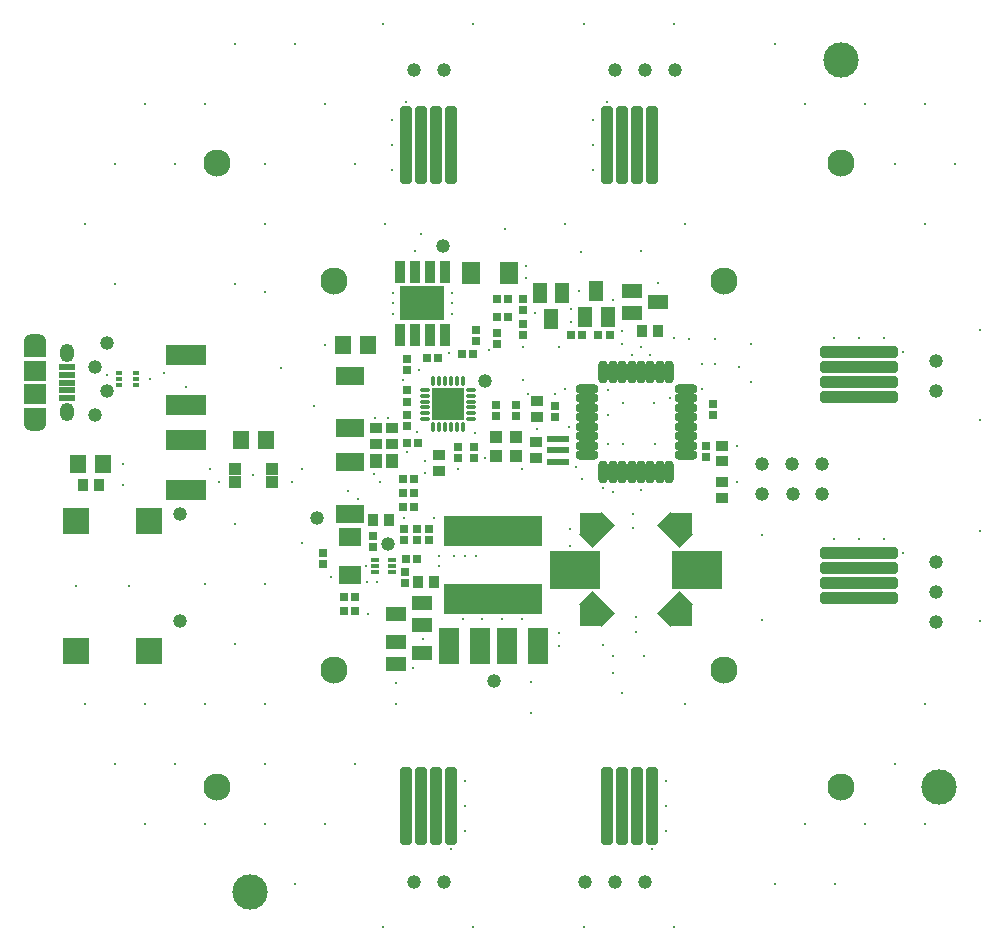
<source format=gts>
G04*
G04 #@! TF.GenerationSoftware,Altium Limited,Altium NEXUS,1.1.6 (48)*
G04*
G04 Layer_Color=8388736*
%FSLAX44Y44*%
%MOMM*%
G71*
G01*
G75*
%ADD62R,0.6000X0.4000*%
%ADD63R,1.7000X1.3000*%
%ADD64R,3.8100X2.9200*%
%ADD65R,0.9100X1.9000*%
%ADD66R,1.1000X0.9500*%
%ADD67R,2.4000X1.5000*%
%ADD68R,0.8000X0.7500*%
%ADD69R,0.7500X0.8000*%
%ADD70O,0.8500X1.9500*%
%ADD71O,1.9500X0.8500*%
%ADD72R,1.0400X0.9900*%
G04:AMPARAMS|DCode=73|XSize=2.68mm|YSize=1.64mm|CornerRadius=0mm|HoleSize=0mm|Usage=FLASHONLY|Rotation=45.000|XOffset=0mm|YOffset=0mm|HoleType=Round|Shape=Rectangle|*
%AMROTATEDRECTD73*
4,1,4,-0.3677,-1.5274,-1.5274,-0.3677,0.3677,1.5274,1.5274,0.3677,-0.3677,-1.5274,0.0*
%
%ADD73ROTATEDRECTD73*%

%ADD74R,1.9400X1.9400*%
G04:AMPARAMS|DCode=75|XSize=2.68mm|YSize=1.64mm|CornerRadius=0mm|HoleSize=0mm|Usage=FLASHONLY|Rotation=315.000|XOffset=0mm|YOffset=0mm|HoleType=Round|Shape=Rectangle|*
%AMROTATEDRECTD75*
4,1,4,-1.5274,0.3677,-0.3677,1.5274,1.5274,-0.3677,0.3677,-1.5274,-1.5274,0.3677,0.0*
%
%ADD75ROTATEDRECTD75*%

%ADD76R,1.9400X1.9400*%
%ADD77R,3.5000X1.8000*%
%ADD78R,2.6900X2.6900*%
%ADD79O,0.3500X0.9000*%
%ADD80O,0.9000X0.3500*%
%ADD81R,1.1000X1.1000*%
%ADD82R,0.9500X1.1000*%
%ADD83R,1.4000X1.5500*%
%ADD84R,1.1000X1.2000*%
%ADD85R,8.3000X2.5000*%
%ADD86R,1.3000X1.7000*%
%ADD87C,3.0000*%
%ADD88R,1.9000X0.6000*%
%ADD89R,2.3000X2.3000*%
%ADD90R,1.8500X1.8000*%
%ADD91R,1.8500X1.5000*%
%ADD92R,1.4500X0.5000*%
%ADD93R,1.9000X1.5000*%
%ADD94R,0.7000X0.4000*%
%ADD95R,4.3000X3.3000*%
%ADD96R,1.7000X3.1000*%
%ADD97R,1.5000X1.9000*%
G04:AMPARAMS|DCode=98|XSize=1.06mm|YSize=6.65mm|CornerRadius=0.34mm|HoleSize=0mm|Usage=FLASHONLY|Rotation=0.000|XOffset=0mm|YOffset=0mm|HoleType=Round|Shape=RoundedRectangle|*
%AMROUNDEDRECTD98*
21,1,1.0600,5.9700,0,0,0.0*
21,1,0.3800,6.6500,0,0,0.0*
1,1,0.6800,0.1900,-2.9850*
1,1,0.6800,-0.1900,-2.9850*
1,1,0.6800,-0.1900,2.9850*
1,1,0.6800,0.1900,2.9850*
%
%ADD98ROUNDEDRECTD98*%
G04:AMPARAMS|DCode=99|XSize=1.06mm|YSize=6.65mm|CornerRadius=0.34mm|HoleSize=0mm|Usage=FLASHONLY|Rotation=90.000|XOffset=0mm|YOffset=0mm|HoleType=Round|Shape=RoundedRectangle|*
%AMROUNDEDRECTD99*
21,1,1.0600,5.9700,0,0,90.0*
21,1,0.3800,6.6500,0,0,90.0*
1,1,0.6800,2.9850,0.1900*
1,1,0.6800,2.9850,-0.1900*
1,1,0.6800,-2.9850,-0.1900*
1,1,0.6800,-2.9850,0.1900*
%
%ADD99ROUNDEDRECTD99*%
%ADD100C,1.1800*%
%ADD101C,0.3000*%
%ADD102C,2.3000*%
%ADD103O,1.2500X1.5500*%
%ADD104O,1.8500X1.2000*%
%ADD105C,0.8400*%
D62*
X-333000Y81871D02*
D03*
X-347000Y86871D02*
D03*
Y81871D02*
D03*
Y76871D02*
D03*
X-333000Y86871D02*
D03*
Y76871D02*
D03*
D63*
X-112800Y-141100D02*
D03*
Y-160100D02*
D03*
X-90800Y-150600D02*
D03*
X87300Y156450D02*
D03*
Y137450D02*
D03*
X109300Y146950D02*
D03*
X-90800Y-126700D02*
D03*
Y-107700D02*
D03*
X-112800Y-117200D02*
D03*
D64*
X-90400Y145600D02*
D03*
D65*
X-109450Y118600D02*
D03*
X-96750D02*
D03*
X-84050D02*
D03*
X-71350D02*
D03*
X-109450Y172600D02*
D03*
X-96750D02*
D03*
X-84050D02*
D03*
X-71350D02*
D03*
D66*
X163500Y25300D02*
D03*
Y11800D02*
D03*
Y-5250D02*
D03*
Y-18750D02*
D03*
X-75900Y17450D02*
D03*
Y3950D02*
D03*
X-115900Y26350D02*
D03*
Y39850D02*
D03*
X-129800Y26350D02*
D03*
Y39850D02*
D03*
X7050Y63050D02*
D03*
Y49550D02*
D03*
X5800Y27960D02*
D03*
Y14460D02*
D03*
D67*
X-151800Y11200D02*
D03*
Y-32800D02*
D03*
Y40400D02*
D03*
Y84400D02*
D03*
D68*
X-103100Y89300D02*
D03*
Y98800D02*
D03*
X-44500Y113750D02*
D03*
Y123250D02*
D03*
X-174100Y-74950D02*
D03*
Y-65450D02*
D03*
X-4650Y118700D02*
D03*
Y128200D02*
D03*
X-26650Y120950D02*
D03*
Y111450D02*
D03*
X-4650Y139650D02*
D03*
Y149150D02*
D03*
X-27620Y50200D02*
D03*
Y59700D02*
D03*
X-11130Y50200D02*
D03*
Y59700D02*
D03*
X-46200Y14800D02*
D03*
Y24300D02*
D03*
X-105100Y-91150D02*
D03*
Y-81650D02*
D03*
X-103100Y62550D02*
D03*
Y72050D02*
D03*
Y51100D02*
D03*
Y41600D02*
D03*
X-60350Y24320D02*
D03*
Y14820D02*
D03*
X22300Y59050D02*
D03*
Y49550D02*
D03*
X150300Y15800D02*
D03*
Y25300D02*
D03*
X156300Y60550D02*
D03*
Y51050D02*
D03*
X-84500Y-54650D02*
D03*
Y-45150D02*
D03*
X-132000Y-51250D02*
D03*
Y-60750D02*
D03*
X-105500Y-54650D02*
D03*
Y-45150D02*
D03*
X-95000D02*
D03*
Y-54650D02*
D03*
D69*
X-47250Y102800D02*
D03*
X-56750D02*
D03*
X-77150Y99500D02*
D03*
X-86650D02*
D03*
X-96950Y-26400D02*
D03*
X-106450D02*
D03*
X-97050Y-2700D02*
D03*
X-106550D02*
D03*
X-97050Y-14600D02*
D03*
X-106550D02*
D03*
X45350Y118700D02*
D03*
X35850D02*
D03*
X58850D02*
D03*
X68350D02*
D03*
X-156600Y-114800D02*
D03*
X-147100D02*
D03*
X-26900Y149450D02*
D03*
X-17400D02*
D03*
X-26760Y134070D02*
D03*
X-17260D02*
D03*
X-93750Y27400D02*
D03*
X-103250D02*
D03*
X-147100Y-102600D02*
D03*
X-156600D02*
D03*
X-104050Y-70800D02*
D03*
X-94550D02*
D03*
D70*
X62890Y87210D02*
D03*
X70890D02*
D03*
X78890D02*
D03*
X86890D02*
D03*
X94890D02*
D03*
X102890D02*
D03*
X110890D02*
D03*
X118890D02*
D03*
Y3210D02*
D03*
X110890D02*
D03*
X102890D02*
D03*
X94890D02*
D03*
X86890D02*
D03*
X78890D02*
D03*
X70890D02*
D03*
X62890D02*
D03*
D71*
X132890Y73210D02*
D03*
Y65210D02*
D03*
Y57210D02*
D03*
Y49210D02*
D03*
Y41210D02*
D03*
Y33210D02*
D03*
Y25210D02*
D03*
Y17210D02*
D03*
X48890D02*
D03*
Y25210D02*
D03*
Y33210D02*
D03*
Y41210D02*
D03*
Y49210D02*
D03*
Y57210D02*
D03*
Y65210D02*
D03*
Y73210D02*
D03*
D72*
X-248840Y5750D02*
D03*
Y-5750D02*
D03*
X-217840D02*
D03*
Y5750D02*
D03*
D73*
X123800Y-112800D02*
D03*
X57600Y-46600D02*
D03*
D74*
X129200Y-118200D02*
D03*
X52200Y-41200D02*
D03*
D75*
X57600Y-112800D02*
D03*
X123800Y-46600D02*
D03*
D76*
X52200Y-118200D02*
D03*
X129200Y-41200D02*
D03*
D77*
X-290000Y101900D02*
D03*
Y59900D02*
D03*
Y-12000D02*
D03*
Y30000D02*
D03*
D78*
X-68450Y60050D02*
D03*
D79*
X-80950Y79550D02*
D03*
X-75950D02*
D03*
X-70950D02*
D03*
X-65950D02*
D03*
X-60950D02*
D03*
X-55950D02*
D03*
Y40550D02*
D03*
X-60950D02*
D03*
X-65950D02*
D03*
X-70950D02*
D03*
X-75950D02*
D03*
X-80950D02*
D03*
D80*
X-48950Y72550D02*
D03*
Y67550D02*
D03*
Y62550D02*
D03*
Y57550D02*
D03*
Y52550D02*
D03*
Y47550D02*
D03*
X-87950D02*
D03*
Y52550D02*
D03*
Y57550D02*
D03*
Y62550D02*
D03*
Y67550D02*
D03*
Y72550D02*
D03*
D81*
X-11130Y16470D02*
D03*
Y32470D02*
D03*
X-27620Y16470D02*
D03*
Y32470D02*
D03*
D82*
X-377750Y-8000D02*
D03*
X-364250D02*
D03*
X-131750Y-38000D02*
D03*
X-118250D02*
D03*
X109300Y122000D02*
D03*
X95800D02*
D03*
X-93850Y-89900D02*
D03*
X-80350D02*
D03*
D83*
X-243840Y30000D02*
D03*
X-222840D02*
D03*
X-360580Y9780D02*
D03*
X-381580D02*
D03*
X-136200Y110000D02*
D03*
X-157200D02*
D03*
D84*
X-115800Y12100D02*
D03*
X-129800D02*
D03*
D85*
X-30000Y-47300D02*
D03*
Y-104300D02*
D03*
D86*
X18630Y132450D02*
D03*
X9130Y154450D02*
D03*
X28130D02*
D03*
X47725Y134450D02*
D03*
X66725D02*
D03*
X57225Y156450D02*
D03*
D87*
X-235890Y-353010D02*
D03*
X347400Y-264140D02*
D03*
X264140Y351400D02*
D03*
D88*
X24550Y21210D02*
D03*
Y30710D02*
D03*
Y11710D02*
D03*
D89*
X-383400Y-148930D02*
D03*
X-321900Y-38930D02*
D03*
X-383400D02*
D03*
X-321900Y-148930D02*
D03*
D90*
X-418250Y88580D02*
D03*
Y68580D02*
D03*
D91*
Y107580D02*
D03*
Y49580D02*
D03*
D92*
X-391250Y91580D02*
D03*
Y85080D02*
D03*
Y78580D02*
D03*
Y72080D02*
D03*
Y65580D02*
D03*
D93*
X-151400Y-84300D02*
D03*
Y-52300D02*
D03*
D94*
X-115900Y-71600D02*
D03*
Y-76600D02*
D03*
Y-81600D02*
D03*
X-129900D02*
D03*
Y-76600D02*
D03*
Y-71600D02*
D03*
D95*
X39200Y-79700D02*
D03*
X142200D02*
D03*
D96*
X7700Y-144600D02*
D03*
X-18300D02*
D03*
X-67500D02*
D03*
X-41500D02*
D03*
D97*
X-17000Y171300D02*
D03*
X-49000D02*
D03*
D98*
X-65950Y-279750D02*
D03*
X-78650D02*
D03*
X-91350D02*
D03*
X-104050D02*
D03*
X104050D02*
D03*
X91350D02*
D03*
X78650D02*
D03*
X65950D02*
D03*
Y279750D02*
D03*
X78650D02*
D03*
X91350D02*
D03*
X104050D02*
D03*
X-104050D02*
D03*
X-91350D02*
D03*
X-78650D02*
D03*
X-65950D02*
D03*
D99*
X279750Y-66050D02*
D03*
Y-78750D02*
D03*
Y-91450D02*
D03*
Y-104150D02*
D03*
Y104150D02*
D03*
Y91450D02*
D03*
Y78750D02*
D03*
Y66050D02*
D03*
D100*
X-295000Y-123000D02*
D03*
X47200Y-344000D02*
D03*
X345000Y-123800D02*
D03*
X-295000Y-33000D02*
D03*
X123400Y343000D02*
D03*
X72600D02*
D03*
X345000Y-73000D02*
D03*
X-72000Y-344000D02*
D03*
X98000Y343000D02*
D03*
X345000Y-98400D02*
D03*
X-97400Y-344000D02*
D03*
Y343000D02*
D03*
X345000Y97000D02*
D03*
X98000Y-344000D02*
D03*
X-72000Y343000D02*
D03*
X345000Y71600D02*
D03*
X72600Y-344000D02*
D03*
X-357000Y112500D02*
D03*
X-367000Y92000D02*
D03*
X-357000Y71500D02*
D03*
X-367000Y51000D02*
D03*
X-73000Y194100D02*
D03*
X-29800Y-174400D02*
D03*
X-119000Y-58000D02*
D03*
X222600Y9400D02*
D03*
X197200D02*
D03*
X248000D02*
D03*
X197200Y-16000D02*
D03*
X223600D02*
D03*
X248000D02*
D03*
X-37000Y80000D02*
D03*
X-179500Y-36000D02*
D03*
D101*
X-233340Y0D02*
D03*
X-383400Y-93930D02*
D03*
X-338400D02*
D03*
X-46900Y-382000D02*
D03*
X-123100D02*
D03*
X123100D02*
D03*
X46900D02*
D03*
X382000Y-47000D02*
D03*
Y-123200D02*
D03*
Y123200D02*
D03*
Y47000D02*
D03*
X46900Y382000D02*
D03*
X123100D02*
D03*
X-123100D02*
D03*
X-46900D02*
D03*
X25600Y109000D02*
D03*
X-34000Y106000D02*
D03*
X-344000Y-8000D02*
D03*
Y10000D02*
D03*
X-167200Y-85700D02*
D03*
X44000Y188750D02*
D03*
X102890Y101890D02*
D03*
X94890Y108890D02*
D03*
X119210Y65210D02*
D03*
X-200630Y-5750D02*
D03*
X-126000D02*
D03*
X-145000Y-20000D02*
D03*
X-262370Y-5750D02*
D03*
X-153000Y-13000D02*
D03*
X-88000Y2000D02*
D03*
X-46000Y36000D02*
D03*
X-103250Y19700D02*
D03*
X-88000Y11900D02*
D03*
X-357000Y85000D02*
D03*
X2000Y-201000D02*
D03*
Y-175000D02*
D03*
X36000Y140500D02*
D03*
Y130000D02*
D03*
X79000Y111000D02*
D03*
X-95000Y37000D02*
D03*
X-119000Y49000D02*
D03*
X94890Y-12000D02*
D03*
X-192000Y-57000D02*
D03*
X146790Y73210D02*
D03*
X-2800Y166900D02*
D03*
Y177300D02*
D03*
X-45000Y-68000D02*
D03*
X-63000D02*
D03*
X-65400Y154600D02*
D03*
Y136600D02*
D03*
Y145600D02*
D03*
X-115400Y154600D02*
D03*
X-106000Y-36000D02*
D03*
X-76000Y-68000D02*
D03*
Y-77000D02*
D03*
X-6000Y-122000D02*
D03*
X-22667D02*
D03*
X-39333D02*
D03*
X-56000D02*
D03*
X176000Y-5250D02*
D03*
X35000Y-60000D02*
D03*
X80000Y27000D02*
D03*
X107000D02*
D03*
X106000Y61000D02*
D03*
X80000D02*
D03*
X176000Y25300D02*
D03*
X158000Y94200D02*
D03*
X87000Y102000D02*
D03*
X67000Y72000D02*
D03*
X88000Y-33000D02*
D03*
X35000Y-45000D02*
D03*
X7000Y39000D02*
D03*
X71000Y-167000D02*
D03*
Y-153000D02*
D03*
X63000Y-144000D02*
D03*
X-37000Y14800D02*
D03*
X-60000Y5000D02*
D03*
X67000Y51000D02*
D03*
X31000Y73000D02*
D03*
X-5000Y81000D02*
D03*
X-91350Y204350D02*
D03*
X-1000Y69000D02*
D03*
X22000D02*
D03*
X-4650Y109000D02*
D03*
X-67500Y103300D02*
D03*
X-129000Y-90000D02*
D03*
X-137000D02*
D03*
X-96750Y190400D02*
D03*
X-138100Y-76600D02*
D03*
X-270000Y5750D02*
D03*
X-54000Y-258500D02*
D03*
Y-279750D02*
D03*
X-65950Y-316500D02*
D03*
X-54000Y-301000D02*
D03*
X116000Y-258500D02*
D03*
Y-279750D02*
D03*
X104050Y-316500D02*
D03*
X116000Y-301000D02*
D03*
X258500Y-54100D02*
D03*
X279750D02*
D03*
X316500Y-66050D02*
D03*
X301000Y-54100D02*
D03*
X258500Y116100D02*
D03*
X279750D02*
D03*
X316500Y104150D02*
D03*
X301000Y116100D02*
D03*
X54000Y258500D02*
D03*
Y279750D02*
D03*
X65950Y316500D02*
D03*
X54000Y301000D02*
D03*
X-116000D02*
D03*
X-104050Y316500D02*
D03*
X-116000Y279750D02*
D03*
Y258500D02*
D03*
X25400Y-144600D02*
D03*
X42600Y156200D02*
D03*
X95000Y190000D02*
D03*
X-350100Y-244300D02*
D03*
X-375500Y-193500D02*
D03*
X-350100Y162100D02*
D03*
X-375500Y212900D02*
D03*
X-350100Y263700D02*
D03*
X-324700Y-295100D02*
D03*
X-299300Y-244300D02*
D03*
X-324700Y-193500D02*
D03*
X-299300Y263700D02*
D03*
X-324700Y314500D02*
D03*
X-273900Y-295100D02*
D03*
Y-193500D02*
D03*
X-248500Y-142700D02*
D03*
X-273900Y-91900D02*
D03*
X-248500Y-41100D02*
D03*
Y162100D02*
D03*
X-273900Y314500D02*
D03*
X-248500Y365300D02*
D03*
X-197700Y-345900D02*
D03*
X-223100Y-295100D02*
D03*
Y-244300D02*
D03*
Y-193500D02*
D03*
Y-91900D02*
D03*
Y212900D02*
D03*
Y263700D02*
D03*
X-197700Y365300D02*
D03*
X-172300Y-295100D02*
D03*
X-146900Y-244300D02*
D03*
Y263700D02*
D03*
X-172300Y314500D02*
D03*
X-112400Y-193500D02*
D03*
X-121500Y212900D02*
D03*
X30900D02*
D03*
X132500Y-193500D02*
D03*
Y212900D02*
D03*
X208700Y-345900D02*
D03*
X187900Y111300D02*
D03*
X208700Y365300D02*
D03*
X259500Y-345900D02*
D03*
X234100Y-295100D02*
D03*
Y314500D02*
D03*
X284900Y-295100D02*
D03*
X310300Y-244300D02*
D03*
Y263700D02*
D03*
X284900Y314500D02*
D03*
X335700Y-295100D02*
D03*
Y-193500D02*
D03*
Y212900D02*
D03*
X361100Y263700D02*
D03*
X335700Y314500D02*
D03*
X-20000Y208500D02*
D03*
X-192000Y5750D02*
D03*
X-106700Y80800D02*
D03*
X-93100Y89300D02*
D03*
X-130000Y49000D02*
D03*
X-136300Y-117200D02*
D03*
X-115400Y136600D02*
D03*
Y145600D02*
D03*
X158000Y115400D02*
D03*
X109300Y162700D02*
D03*
X122500Y116700D02*
D03*
X135700Y115600D02*
D03*
X45000Y-3000D02*
D03*
X67000Y27000D02*
D03*
X70890Y-14000D02*
D03*
X88000Y-44500D02*
D03*
X-209500Y91100D02*
D03*
X-131100Y1500D02*
D03*
X-182035Y59065D02*
D03*
X-97900Y-163100D02*
D03*
X-112900Y-175553D02*
D03*
X78700Y-184300D02*
D03*
X-290100Y74900D02*
D03*
X-320971Y81871D02*
D03*
X-309000Y86800D02*
D03*
X40200Y6700D02*
D03*
X33800Y40800D02*
D03*
X5200Y137700D02*
D03*
X-223600Y154990D02*
D03*
X-172800Y110000D02*
D03*
X71400Y148700D02*
D03*
X79000Y121900D02*
D03*
X90600Y-132400D02*
D03*
Y-119600D02*
D03*
X97300Y-153000D02*
D03*
X62890Y-11000D02*
D03*
X-80300Y-36300D02*
D03*
X-54000Y-68000D02*
D03*
X-89900Y-138600D02*
D03*
X25400Y-133800D02*
D03*
X146900Y94200D02*
D03*
X187900Y78750D02*
D03*
X178300Y91450D02*
D03*
X197200Y-50400D02*
D03*
Y-122700D02*
D03*
X-6100Y5000D02*
D03*
D102*
X165000Y165000D02*
D03*
Y-165000D02*
D03*
X-165000D02*
D03*
Y165000D02*
D03*
X-264140Y-264140D02*
D03*
X264140D02*
D03*
Y264140D02*
D03*
X-264140D02*
D03*
D103*
X-391250Y103580D02*
D03*
Y53580D02*
D03*
D104*
X-418250Y113580D02*
D03*
Y43580D02*
D03*
D105*
X-76400Y154600D02*
D03*
Y136600D02*
D03*
X-104400D02*
D03*
Y154600D02*
D03*
X-90400D02*
D03*
Y136600D02*
D03*
X-76400Y145600D02*
D03*
X-104400D02*
D03*
X-68450Y60050D02*
D03*
X-90400Y145600D02*
D03*
M02*

</source>
